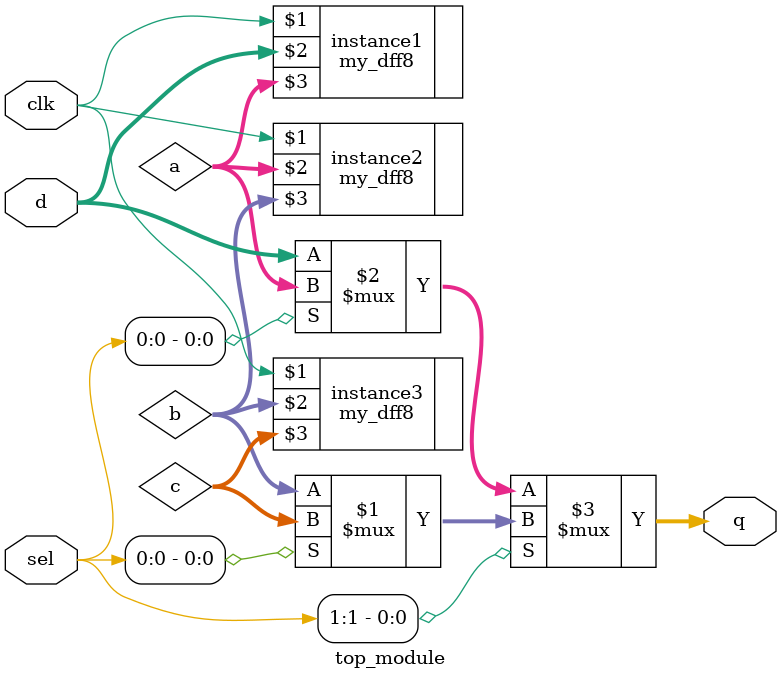
<source format=v>
module top_module ( 
    input clk, 
    input [7:0] d, 
    input [1:0] sel, 
    output [7:0] q 
);
    wire [7:0] a, b, c;
    
    my_dff8 instance1 ( clk, d, a );
    my_dff8 instance2 ( clk, a, b );
    my_dff8 instance3 ( clk, b, c );
    
    // use a double ternary operator, but remember that d is the first
    // input and therefore goes with sel = 0b01
    assign q = sel[1] ? (sel[0] ? c : b) : (sel[0] ? a : d);

    // alternatively, use an always block
    //always @ (*) begin
    //    case(sel)
    //        0 : q = d;
    //        1 : q = a;
    //        2 : q = b;
    //        3 : q = c;
    //    endcase
    //end
endmodule

</source>
